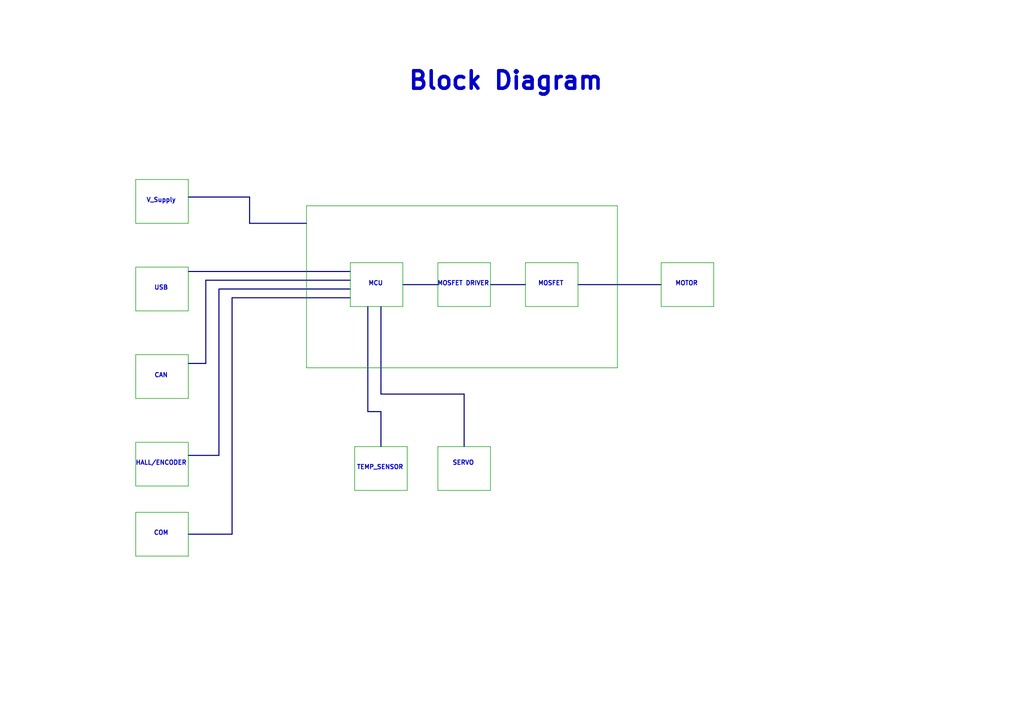
<source format=kicad_sch>
(kicad_sch
	(version 20231120)
	(generator "eeschema")
	(generator_version "8.0")
	(uuid "0948c378-eaf8-4965-9006-057b8fe9dca9")
	(paper "A4")
	(lib_symbols)
	(bus
		(pts
			(xy 67.31 86.36) (xy 101.6 86.36)
		)
		(stroke
			(width 0)
			(type default)
		)
		(uuid "0741bbd5-e216-42c6-afce-e8a3658ba3bb")
	)
	(wire
		(pts
			(xy 39.37 52.07) (xy 39.37 64.77)
		)
		(stroke
			(width 0)
			(type default)
		)
		(uuid "07613235-03ea-4d35-8ddc-8b513c13f526")
	)
	(wire
		(pts
			(xy 39.37 77.47) (xy 39.37 90.17)
		)
		(stroke
			(width 0)
			(type default)
		)
		(uuid "0bfb1712-4d45-4fe6-bddc-df8cd32167f1")
	)
	(bus
		(pts
			(xy 110.49 119.38) (xy 110.49 129.54)
		)
		(stroke
			(width 0)
			(type default)
		)
		(uuid "0f01f939-87c5-4535-9363-19d4e0ef3753")
	)
	(bus
		(pts
			(xy 167.64 82.55) (xy 191.77 82.55)
		)
		(stroke
			(width 0)
			(type solid)
		)
		(uuid "0faab32d-c2e9-44ec-913d-9ccf39558e83")
	)
	(wire
		(pts
			(xy 54.61 115.57) (xy 54.61 102.87)
		)
		(stroke
			(width 0)
			(type solid)
		)
		(uuid "100c312b-e2c7-43a4-b48e-fba78fdb694b")
	)
	(wire
		(pts
			(xy 167.64 88.9) (xy 167.64 76.2)
		)
		(stroke
			(width 0)
			(type solid)
		)
		(uuid "138bd228-7ea7-434d-b1fc-83818a8b124a")
	)
	(wire
		(pts
			(xy 39.37 161.29) (xy 54.61 161.29)
		)
		(stroke
			(width 0)
			(type default)
		)
		(uuid "1c86bb09-453e-4c45-b3b9-8051dbd74ed5")
	)
	(bus
		(pts
			(xy 142.24 82.55) (xy 152.4 82.55)
		)
		(stroke
			(width 0)
			(type default)
		)
		(uuid "20a094b0-34cb-41a2-9c96-997d071a565f")
	)
	(wire
		(pts
			(xy 39.37 115.57) (xy 54.61 115.57)
		)
		(stroke
			(width 0)
			(type default)
		)
		(uuid "313f92bb-844b-4d51-b0ff-ce025677d192")
	)
	(wire
		(pts
			(xy 39.37 148.59) (xy 39.37 161.29)
		)
		(stroke
			(width 0)
			(type default)
		)
		(uuid "325887e9-8fe9-49f2-8a8e-c9a4e97e7f67")
	)
	(wire
		(pts
			(xy 54.61 102.87) (xy 39.37 102.87)
		)
		(stroke
			(width 0)
			(type default)
		)
		(uuid "3520f04f-5cd4-42f0-932b-22459989476c")
	)
	(wire
		(pts
			(xy 118.11 142.24) (xy 118.11 129.54)
		)
		(stroke
			(width 0)
			(type solid)
		)
		(uuid "357d12ba-317f-42f9-9422-fefa6adaa54c")
	)
	(wire
		(pts
			(xy 179.07 106.68) (xy 179.07 59.69)
		)
		(stroke
			(width 0)
			(type default)
		)
		(uuid "35bf6c9a-1af5-4b74-af6e-40206837dd38")
	)
	(wire
		(pts
			(xy 207.01 88.9) (xy 207.01 76.2)
		)
		(stroke
			(width 0)
			(type solid)
		)
		(uuid "38521fe5-cc9e-405b-9bf2-09a5c8edcb0e")
	)
	(wire
		(pts
			(xy 167.64 76.2) (xy 152.4 76.2)
		)
		(stroke
			(width 0)
			(type default)
		)
		(uuid "3afe687c-71b8-4b82-b01d-ec6067555998")
	)
	(bus
		(pts
			(xy 106.68 88.9) (xy 106.68 119.38)
		)
		(stroke
			(width 0)
			(type default)
		)
		(uuid "3ef17933-3a07-4fa8-b72b-e48ca9e3d3f1")
	)
	(bus
		(pts
			(xy 63.5 132.08) (xy 63.5 83.82)
		)
		(stroke
			(width 0)
			(type default)
		)
		(uuid "3ef52cbf-8bda-4479-9e42-bd180acc6b8d")
	)
	(wire
		(pts
			(xy 142.24 142.24) (xy 142.24 129.54)
		)
		(stroke
			(width 0)
			(type solid)
		)
		(uuid "41f0f290-4ed7-41bf-a853-db9eaaa6c6c7")
	)
	(wire
		(pts
			(xy 191.77 76.2) (xy 191.77 88.9)
		)
		(stroke
			(width 0)
			(type default)
		)
		(uuid "45e94773-928b-4d0d-a287-d19b918abec3")
	)
	(wire
		(pts
			(xy 118.11 129.54) (xy 102.87 129.54)
		)
		(stroke
			(width 0)
			(type default)
		)
		(uuid "46407ecc-45dc-49eb-b58a-84ad5dda6041")
	)
	(wire
		(pts
			(xy 88.9 59.69) (xy 88.9 106.68)
		)
		(stroke
			(width 0)
			(type default)
		)
		(uuid "4e8ed913-8bd4-4f87-9cd8-a22419384861")
	)
	(wire
		(pts
			(xy 127 76.2) (xy 127 88.9)
		)
		(stroke
			(width 0)
			(type default)
		)
		(uuid "554a5750-002f-45da-8c47-b3eb59c66a36")
	)
	(wire
		(pts
			(xy 54.61 128.27) (xy 39.37 128.27)
		)
		(stroke
			(width 0)
			(type default)
		)
		(uuid "5ae106b2-4b86-43c4-8876-6a3739f7b9dd")
	)
	(wire
		(pts
			(xy 207.01 76.2) (xy 191.77 76.2)
		)
		(stroke
			(width 0)
			(type default)
		)
		(uuid "5d6eb8c7-d5c5-4d72-af1f-06ffdbd18a9f")
	)
	(wire
		(pts
			(xy 127 129.54) (xy 127 142.24)
		)
		(stroke
			(width 0)
			(type default)
		)
		(uuid "61760261-fda3-46a7-8d34-d154864bcec0")
	)
	(wire
		(pts
			(xy 191.77 88.9) (xy 207.01 88.9)
		)
		(stroke
			(width 0)
			(type default)
		)
		(uuid "68d36d0f-28e6-410e-8d62-4d3904b18852")
	)
	(bus
		(pts
			(xy 63.5 83.82) (xy 101.6 83.82)
		)
		(stroke
			(width 0)
			(type default)
		)
		(uuid "6ea4a7a9-62d5-498c-a941-bc59abe50fc5")
	)
	(wire
		(pts
			(xy 142.24 129.54) (xy 127 129.54)
		)
		(stroke
			(width 0)
			(type default)
		)
		(uuid "6f0fb92d-5995-4af6-9002-275560be5166")
	)
	(wire
		(pts
			(xy 54.61 140.97) (xy 54.61 128.27)
		)
		(stroke
			(width 0)
			(type solid)
		)
		(uuid "73c4af38-0bfb-4b15-895c-6a339b6a0ccc")
	)
	(wire
		(pts
			(xy 152.4 88.9) (xy 167.64 88.9)
		)
		(stroke
			(width 0)
			(type default)
		)
		(uuid "79fe4aca-4bc5-4104-9fb6-b2c5c956eda1")
	)
	(bus
		(pts
			(xy 59.69 81.28) (xy 101.6 81.28)
		)
		(stroke
			(width 0)
			(type default)
		)
		(uuid "7ce3f4af-0ca8-4136-9d74-c4ebce9e3a04")
	)
	(bus
		(pts
			(xy 72.39 57.15) (xy 72.39 64.77)
		)
		(stroke
			(width 0)
			(type default)
		)
		(uuid "7dd88ac6-e3bc-4e62-ae0f-a856518c7ef3")
	)
	(wire
		(pts
			(xy 101.6 76.2) (xy 101.6 88.9)
		)
		(stroke
			(width 0)
			(type default)
		)
		(uuid "80beb752-3fa1-4625-9da9-d7e5d0d7da6c")
	)
	(bus
		(pts
			(xy 54.61 132.08) (xy 63.5 132.08)
		)
		(stroke
			(width 0)
			(type default)
		)
		(uuid "8399f44d-6d56-4926-83bc-f18e380742dd")
	)
	(wire
		(pts
			(xy 54.61 90.17) (xy 54.61 77.47)
		)
		(stroke
			(width 0)
			(type solid)
		)
		(uuid "89e3f401-82f0-4410-a5ec-a60ca47f026f")
	)
	(wire
		(pts
			(xy 39.37 140.97) (xy 54.61 140.97)
		)
		(stroke
			(width 0)
			(type default)
		)
		(uuid "8bccea3d-49da-4a9a-b9a6-5168ef94599b")
	)
	(bus
		(pts
			(xy 72.39 64.77) (xy 88.9 64.77)
		)
		(stroke
			(width 0)
			(type default)
		)
		(uuid "8eab6a0a-1d3d-463d-8a03-50edf905a3a1")
	)
	(bus
		(pts
			(xy 59.69 105.41) (xy 59.69 81.28)
		)
		(stroke
			(width 0)
			(type default)
		)
		(uuid "8f7b86e5-0b1f-47d5-8575-b0cc679d0c1f")
	)
	(wire
		(pts
			(xy 116.84 88.9) (xy 116.84 76.2)
		)
		(stroke
			(width 0)
			(type solid)
		)
		(uuid "90b39104-1dd3-4201-ab84-1431f1093bcf")
	)
	(wire
		(pts
			(xy 142.24 76.2) (xy 127 76.2)
		)
		(stroke
			(width 0)
			(type default)
		)
		(uuid "92fc140c-064a-43bb-83ee-9d2bda8ac0e1")
	)
	(bus
		(pts
			(xy 54.61 57.15) (xy 72.39 57.15)
		)
		(stroke
			(width 0)
			(type default)
		)
		(uuid "935cc748-a63a-4da8-a603-02adcefdbbc6")
	)
	(wire
		(pts
			(xy 101.6 88.9) (xy 116.84 88.9)
		)
		(stroke
			(width 0)
			(type default)
		)
		(uuid "95c39e4d-c072-4aba-8bf1-2b3f40864531")
	)
	(wire
		(pts
			(xy 127 142.24) (xy 142.24 142.24)
		)
		(stroke
			(width 0)
			(type default)
		)
		(uuid "979579c6-56df-456e-9c89-af30ea549df3")
	)
	(wire
		(pts
			(xy 142.24 88.9) (xy 142.24 76.2)
		)
		(stroke
			(width 0)
			(type solid)
		)
		(uuid "98981d4b-d98d-46c1-a800-b80dab19f9e7")
	)
	(wire
		(pts
			(xy 39.37 102.87) (xy 39.37 115.57)
		)
		(stroke
			(width 0)
			(type default)
		)
		(uuid "9ac0adc8-5668-4114-85af-f87f514c380a")
	)
	(wire
		(pts
			(xy 39.37 128.27) (xy 39.37 140.97)
		)
		(stroke
			(width 0)
			(type default)
		)
		(uuid "a1148d80-1272-4691-b459-8da7f86db5ab")
	)
	(wire
		(pts
			(xy 39.37 64.77) (xy 54.61 64.77)
		)
		(stroke
			(width 0)
			(type default)
		)
		(uuid "a171fe17-00d2-49b7-8e33-afb1d631ca2f")
	)
	(bus
		(pts
			(xy 134.62 114.3) (xy 110.49 114.3)
		)
		(stroke
			(width 0)
			(type default)
		)
		(uuid "a7ecff9a-129d-4e6a-8761-b3bab907561c")
	)
	(wire
		(pts
			(xy 152.4 76.2) (xy 152.4 88.9)
		)
		(stroke
			(width 0)
			(type default)
		)
		(uuid "ae23ee8b-6664-4140-813f-89063ca6b748")
	)
	(bus
		(pts
			(xy 134.62 129.54) (xy 134.62 114.3)
		)
		(stroke
			(width 0)
			(type default)
		)
		(uuid "b03d51f7-86f2-4616-a81f-8abda540fa9e")
	)
	(wire
		(pts
			(xy 127 88.9) (xy 142.24 88.9)
		)
		(stroke
			(width 0)
			(type default)
		)
		(uuid "b15fcf43-6483-45a1-9067-4eb522ea6bc6")
	)
	(wire
		(pts
			(xy 102.87 129.54) (xy 102.87 142.24)
		)
		(stroke
			(width 0)
			(type default)
		)
		(uuid "b5a3c21b-4737-48d1-9a12-97bab3c98350")
	)
	(bus
		(pts
			(xy 54.61 105.41) (xy 59.69 105.41)
		)
		(stroke
			(width 0)
			(type default)
		)
		(uuid "b65fcf87-8608-4705-80d2-8d93d4032c8a")
	)
	(wire
		(pts
			(xy 54.61 77.47) (xy 39.37 77.47)
		)
		(stroke
			(width 0)
			(type default)
		)
		(uuid "bcab5634-f582-41b4-b93c-3497c294064a")
	)
	(wire
		(pts
			(xy 54.61 64.77) (xy 54.61 52.07)
		)
		(stroke
			(width 0)
			(type solid)
		)
		(uuid "beb5187c-22e8-49f3-86cf-3db9830c44ae")
	)
	(bus
		(pts
			(xy 116.84 82.55) (xy 127 82.55)
		)
		(stroke
			(width 0)
			(type default)
		)
		(uuid "c2fe1ba3-21cc-4131-900c-e48bca0c7a70")
	)
	(bus
		(pts
			(xy 67.31 154.94) (xy 67.31 86.36)
		)
		(stroke
			(width 0)
			(type default)
		)
		(uuid "c7502148-0d4a-4839-8b3d-d99b0aaac9b4")
	)
	(bus
		(pts
			(xy 110.49 88.9) (xy 110.49 114.3)
		)
		(stroke
			(width 0)
			(type default)
		)
		(uuid "cae56f81-a5e3-43ee-bb1b-0e52b736436d")
	)
	(wire
		(pts
			(xy 102.87 142.24) (xy 118.11 142.24)
		)
		(stroke
			(width 0)
			(type default)
		)
		(uuid "d1bb346e-e51e-4487-bd63-89ba0d2f97c0")
	)
	(wire
		(pts
			(xy 116.84 76.2) (xy 101.6 76.2)
		)
		(stroke
			(width 0)
			(type default)
		)
		(uuid "d5ab4d9e-5787-4390-a400-c4c3f874f4e4")
	)
	(wire
		(pts
			(xy 39.37 90.17) (xy 54.61 90.17)
		)
		(stroke
			(width 0)
			(type default)
		)
		(uuid "d94cb5e3-668e-438e-add2-a0d1706232c0")
	)
	(bus
		(pts
			(xy 54.61 78.74) (xy 101.6 78.74)
		)
		(stroke
			(width 0)
			(type default)
		)
		(uuid "e1c78743-afc8-45fd-902c-5ee2d715f51a")
	)
	(bus
		(pts
			(xy 106.68 119.38) (xy 110.49 119.38)
		)
		(stroke
			(width 0)
			(type default)
		)
		(uuid "e4ce8ecb-2ae8-4547-a9f0-79045db289e9")
	)
	(wire
		(pts
			(xy 54.61 52.07) (xy 39.37 52.07)
		)
		(stroke
			(width 0)
			(type default)
		)
		(uuid "e5039aa1-c6c3-4c2e-8d26-8179da1a9f5e")
	)
	(wire
		(pts
			(xy 88.9 106.68) (xy 179.07 106.68)
		)
		(stroke
			(width 0)
			(type default)
		)
		(uuid "e561d1d7-2361-4dd2-9214-6153de0ee81f")
	)
	(wire
		(pts
			(xy 179.07 59.69) (xy 88.9 59.69)
		)
		(stroke
			(width 0)
			(type default)
		)
		(uuid "f0aa1fcf-7687-4247-a2ed-693228a9217a")
	)
	(wire
		(pts
			(xy 54.61 161.29) (xy 54.61 148.59)
		)
		(stroke
			(width 0)
			(type solid)
		)
		(uuid "f5278d0b-4585-4312-91e8-cfb0160fd910")
	)
	(bus
		(pts
			(xy 54.61 154.94) (xy 67.31 154.94)
		)
		(stroke
			(width 0)
			(type default)
		)
		(uuid "f6173175-7336-4766-a265-03a9ed666689")
	)
	(wire
		(pts
			(xy 54.61 148.59) (xy 39.37 148.59)
		)
		(stroke
			(width 0)
			(type default)
		)
		(uuid "fd80a8be-3e3f-4559-89de-fd2ae37bcb7c")
	)
	(text_box "Block Diagram"
		(exclude_from_sim no)
		(at 114.3 16.51 0)
		(size 76.2 17.78)
		(stroke
			(width -0.0001)
			(type default)
		)
		(fill
			(type none)
		)
		(effects
			(font
				(size 5.08 5.08)
				(thickness 1.016)
				(bold yes)
			)
			(justify left top)
		)
		(uuid "fa7cddc5-e062-4880-abd5-6bf4b737b76d")
	)
	(text "MOTOR"
		(exclude_from_sim no)
		(at 199.136 82.296 0)
		(effects
			(font
				(size 1.27 1.27)
				(thickness 0.254)
				(bold yes)
			)
		)
		(uuid "16e97909-4294-44d7-94bf-09e266d33559")
	)
	(text "COM"
		(exclude_from_sim no)
		(at 46.736 154.686 0)
		(effects
			(font
				(size 1.27 1.27)
				(thickness 0.254)
				(bold yes)
			)
		)
		(uuid "1f767547-8de7-4c08-85b1-488f7ee4c3cc")
	)
	(text "SERVO"
		(exclude_from_sim no)
		(at 134.366 134.366 0)
		(effects
			(font
				(size 1.27 1.27)
				(thickness 0.254)
				(bold yes)
			)
		)
		(uuid "44d42059-6798-4a1e-8b1c-30e4910e8676")
	)
	(text "TEMP_SENSOR"
		(exclude_from_sim no)
		(at 110.236 135.636 0)
		(effects
			(font
				(size 1.27 1.27)
				(thickness 0.254)
				(bold yes)
			)
		)
		(uuid "604eb6ea-e67c-46f3-9bee-5d02817bf021")
	)
	(text "MOSFET\n"
		(exclude_from_sim no)
		(at 159.766 82.296 0)
		(effects
			(font
				(size 1.27 1.27)
				(thickness 0.254)
				(bold yes)
			)
		)
		(uuid "63cf5598-35d5-4538-9c7e-add54fbb48e9")
	)
	(text "USB"
		(exclude_from_sim no)
		(at 46.736 83.566 0)
		(effects
			(font
				(size 1.27 1.27)
				(thickness 0.254)
				(bold yes)
			)
		)
		(uuid "6504b0b1-3795-44e7-9686-16a5cb294904")
	)
	(text "CAN"
		(exclude_from_sim no)
		(at 46.736 108.966 0)
		(effects
			(font
				(size 1.27 1.27)
				(thickness 0.254)
				(bold yes)
			)
		)
		(uuid "93993b07-15fb-4c11-92a5-222ea9e5ed75")
	)
	(text "MOSFET DRIVER\n"
		(exclude_from_sim no)
		(at 134.366 82.296 0)
		(effects
			(font
				(size 1.27 1.27)
				(thickness 0.254)
				(bold yes)
			)
		)
		(uuid "af44dff3-5957-40ca-abf9-05c36a3fe7c6")
	)
	(text "V_Supply"
		(exclude_from_sim no)
		(at 46.736 58.166 0)
		(effects
			(font
				(size 1.27 1.27)
				(thickness 0.254)
				(bold yes)
			)
		)
		(uuid "bf28f3a4-7a86-4e97-99e0-5184f1a424ef")
	)
	(text "MCU"
		(exclude_from_sim no)
		(at 108.966 82.296 0)
		(effects
			(font
				(size 1.27 1.27)
				(thickness 0.254)
				(bold yes)
			)
		)
		(uuid "d76d2bc2-4639-480f-bd5c-f11615a4aacd")
	)
	(text "HALL/ENCODER"
		(exclude_from_sim no)
		(at 46.736 134.366 0)
		(effects
			(font
				(size 1.27 1.27)
				(thickness 0.254)
				(bold yes)
			)
		)
		(uuid "de96cc6c-749f-4c3f-8ea4-2cc7042a89f9")
	)
)

</source>
